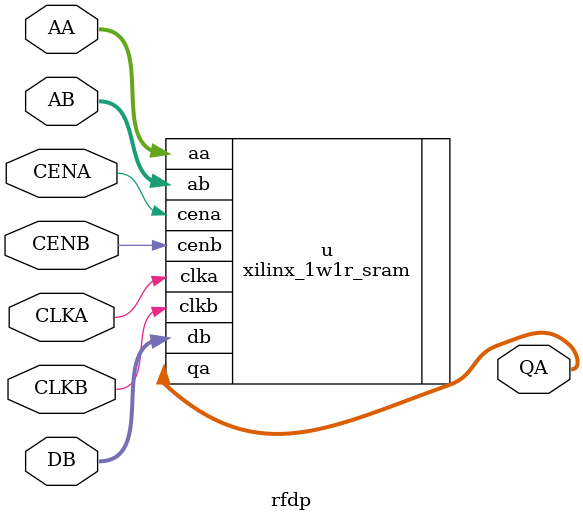
<source format=sv>
`timescale 1ns / 1ps


module rfdp #(
    parameter WIDTH = 16,
    parameter DEPTH = 1024
    )(					
	output 		[WIDTH-1:0]				QA,     
	input 		[$clog2(DEPTH)-1:0] 	AA,     
	input 								CLKA,   
	input 								CENA,   
	input 		[$clog2(DEPTH)-1:0] 	AB,     
	input 		[WIDTH-1:0] 			DB,     
	input 								CLKB,   
	input 								CENB    
	);                                          
	xilinx_1w1r_sram #(                         
		.WWORD		(WIDTH),                    
		.WADDR		($clog2(DEPTH)),            
		.DEPTH		(DEPTH)                     
		) u (                                   
		.clka		(CLKA),                     
		.aa			(AA),                       
		.cena		(CENA),                     
		.qa			(QA),                       
                                                
		.clkb		(CLKB),                     
		.ab			(AB),                       
		.cenb		(CENB),                     
		.db			(DB));                      
endmodule
</source>
